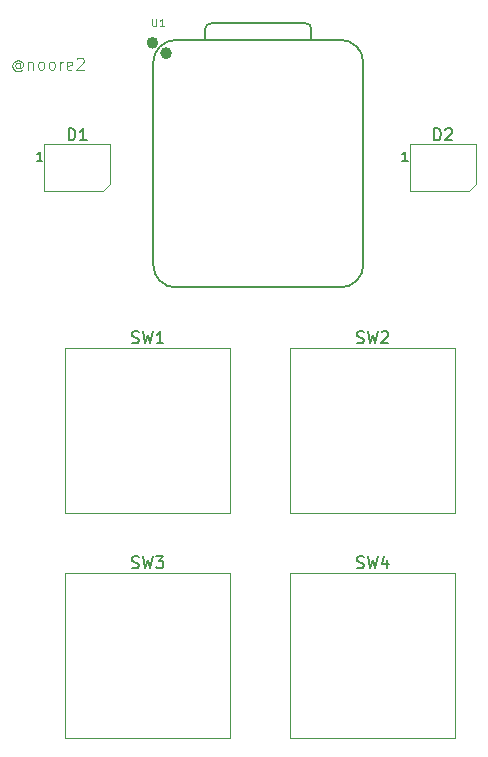
<source format=gbr>
%TF.GenerationSoftware,KiCad,Pcbnew,8.0.8*%
%TF.CreationDate,2025-02-16T22:09:59-06:00*%
%TF.ProjectId,hackPad,6861636b-5061-4642-9e6b-696361645f70,rev?*%
%TF.SameCoordinates,Original*%
%TF.FileFunction,Legend,Top*%
%TF.FilePolarity,Positive*%
%FSLAX46Y46*%
G04 Gerber Fmt 4.6, Leading zero omitted, Abs format (unit mm)*
G04 Created by KiCad (PCBNEW 8.0.8) date 2025-02-16 22:09:59*
%MOMM*%
%LPD*%
G01*
G04 APERTURE LIST*
%ADD10C,0.100000*%
%ADD11C,0.101600*%
%ADD12C,0.150000*%
%ADD13C,0.127000*%
%ADD14C,0.504000*%
%ADD15C,0.120000*%
G04 APERTURE END LIST*
D10*
X98422931Y-64196228D02*
X98375312Y-64148609D01*
X98375312Y-64148609D02*
X98280074Y-64100990D01*
X98280074Y-64100990D02*
X98184836Y-64100990D01*
X98184836Y-64100990D02*
X98089598Y-64148609D01*
X98089598Y-64148609D02*
X98041979Y-64196228D01*
X98041979Y-64196228D02*
X97994360Y-64291466D01*
X97994360Y-64291466D02*
X97994360Y-64386704D01*
X97994360Y-64386704D02*
X98041979Y-64481942D01*
X98041979Y-64481942D02*
X98089598Y-64529561D01*
X98089598Y-64529561D02*
X98184836Y-64577180D01*
X98184836Y-64577180D02*
X98280074Y-64577180D01*
X98280074Y-64577180D02*
X98375312Y-64529561D01*
X98375312Y-64529561D02*
X98422931Y-64481942D01*
X98422931Y-64100990D02*
X98422931Y-64481942D01*
X98422931Y-64481942D02*
X98470550Y-64529561D01*
X98470550Y-64529561D02*
X98518169Y-64529561D01*
X98518169Y-64529561D02*
X98613408Y-64481942D01*
X98613408Y-64481942D02*
X98661027Y-64386704D01*
X98661027Y-64386704D02*
X98661027Y-64148609D01*
X98661027Y-64148609D02*
X98565789Y-64005752D01*
X98565789Y-64005752D02*
X98422931Y-63910514D01*
X98422931Y-63910514D02*
X98232455Y-63862895D01*
X98232455Y-63862895D02*
X98041979Y-63910514D01*
X98041979Y-63910514D02*
X97899122Y-64005752D01*
X97899122Y-64005752D02*
X97803884Y-64148609D01*
X97803884Y-64148609D02*
X97756265Y-64339085D01*
X97756265Y-64339085D02*
X97803884Y-64529561D01*
X97803884Y-64529561D02*
X97899122Y-64672419D01*
X97899122Y-64672419D02*
X98041979Y-64767657D01*
X98041979Y-64767657D02*
X98232455Y-64815276D01*
X98232455Y-64815276D02*
X98422931Y-64767657D01*
X98422931Y-64767657D02*
X98565789Y-64672419D01*
X99089598Y-64005752D02*
X99089598Y-64672419D01*
X99089598Y-64100990D02*
X99137217Y-64053371D01*
X99137217Y-64053371D02*
X99232455Y-64005752D01*
X99232455Y-64005752D02*
X99375312Y-64005752D01*
X99375312Y-64005752D02*
X99470550Y-64053371D01*
X99470550Y-64053371D02*
X99518169Y-64148609D01*
X99518169Y-64148609D02*
X99518169Y-64672419D01*
X100137217Y-64672419D02*
X100041979Y-64624800D01*
X100041979Y-64624800D02*
X99994360Y-64577180D01*
X99994360Y-64577180D02*
X99946741Y-64481942D01*
X99946741Y-64481942D02*
X99946741Y-64196228D01*
X99946741Y-64196228D02*
X99994360Y-64100990D01*
X99994360Y-64100990D02*
X100041979Y-64053371D01*
X100041979Y-64053371D02*
X100137217Y-64005752D01*
X100137217Y-64005752D02*
X100280074Y-64005752D01*
X100280074Y-64005752D02*
X100375312Y-64053371D01*
X100375312Y-64053371D02*
X100422931Y-64100990D01*
X100422931Y-64100990D02*
X100470550Y-64196228D01*
X100470550Y-64196228D02*
X100470550Y-64481942D01*
X100470550Y-64481942D02*
X100422931Y-64577180D01*
X100422931Y-64577180D02*
X100375312Y-64624800D01*
X100375312Y-64624800D02*
X100280074Y-64672419D01*
X100280074Y-64672419D02*
X100137217Y-64672419D01*
X101041979Y-64672419D02*
X100946741Y-64624800D01*
X100946741Y-64624800D02*
X100899122Y-64577180D01*
X100899122Y-64577180D02*
X100851503Y-64481942D01*
X100851503Y-64481942D02*
X100851503Y-64196228D01*
X100851503Y-64196228D02*
X100899122Y-64100990D01*
X100899122Y-64100990D02*
X100946741Y-64053371D01*
X100946741Y-64053371D02*
X101041979Y-64005752D01*
X101041979Y-64005752D02*
X101184836Y-64005752D01*
X101184836Y-64005752D02*
X101280074Y-64053371D01*
X101280074Y-64053371D02*
X101327693Y-64100990D01*
X101327693Y-64100990D02*
X101375312Y-64196228D01*
X101375312Y-64196228D02*
X101375312Y-64481942D01*
X101375312Y-64481942D02*
X101327693Y-64577180D01*
X101327693Y-64577180D02*
X101280074Y-64624800D01*
X101280074Y-64624800D02*
X101184836Y-64672419D01*
X101184836Y-64672419D02*
X101041979Y-64672419D01*
X101803884Y-64672419D02*
X101803884Y-64005752D01*
X101803884Y-64196228D02*
X101851503Y-64100990D01*
X101851503Y-64100990D02*
X101899122Y-64053371D01*
X101899122Y-64053371D02*
X101994360Y-64005752D01*
X101994360Y-64005752D02*
X102089598Y-64005752D01*
X102803884Y-64624800D02*
X102708646Y-64672419D01*
X102708646Y-64672419D02*
X102518170Y-64672419D01*
X102518170Y-64672419D02*
X102422932Y-64624800D01*
X102422932Y-64624800D02*
X102375313Y-64529561D01*
X102375313Y-64529561D02*
X102375313Y-64148609D01*
X102375313Y-64148609D02*
X102422932Y-64053371D01*
X102422932Y-64053371D02*
X102518170Y-64005752D01*
X102518170Y-64005752D02*
X102708646Y-64005752D01*
X102708646Y-64005752D02*
X102803884Y-64053371D01*
X102803884Y-64053371D02*
X102851503Y-64148609D01*
X102851503Y-64148609D02*
X102851503Y-64243847D01*
X102851503Y-64243847D02*
X102375313Y-64339085D01*
X103232456Y-63767657D02*
X103280075Y-63720038D01*
X103280075Y-63720038D02*
X103375313Y-63672419D01*
X103375313Y-63672419D02*
X103613408Y-63672419D01*
X103613408Y-63672419D02*
X103708646Y-63720038D01*
X103708646Y-63720038D02*
X103756265Y-63767657D01*
X103756265Y-63767657D02*
X103803884Y-63862895D01*
X103803884Y-63862895D02*
X103803884Y-63958133D01*
X103803884Y-63958133D02*
X103756265Y-64100990D01*
X103756265Y-64100990D02*
X103184837Y-64672419D01*
X103184837Y-64672419D02*
X103803884Y-64672419D01*
D11*
X109602440Y-60352979D02*
X109602440Y-60867026D01*
X109602440Y-60867026D02*
X109632678Y-60927502D01*
X109632678Y-60927502D02*
X109662916Y-60957741D01*
X109662916Y-60957741D02*
X109723392Y-60987979D01*
X109723392Y-60987979D02*
X109844345Y-60987979D01*
X109844345Y-60987979D02*
X109904821Y-60957741D01*
X109904821Y-60957741D02*
X109935059Y-60927502D01*
X109935059Y-60927502D02*
X109965297Y-60867026D01*
X109965297Y-60867026D02*
X109965297Y-60352979D01*
X110600297Y-60987979D02*
X110237440Y-60987979D01*
X110418868Y-60987979D02*
X110418868Y-60352979D01*
X110418868Y-60352979D02*
X110358392Y-60443693D01*
X110358392Y-60443693D02*
X110297916Y-60504169D01*
X110297916Y-60504169D02*
X110237440Y-60534407D01*
D12*
X126936667Y-106833200D02*
X127079524Y-106880819D01*
X127079524Y-106880819D02*
X127317619Y-106880819D01*
X127317619Y-106880819D02*
X127412857Y-106833200D01*
X127412857Y-106833200D02*
X127460476Y-106785580D01*
X127460476Y-106785580D02*
X127508095Y-106690342D01*
X127508095Y-106690342D02*
X127508095Y-106595104D01*
X127508095Y-106595104D02*
X127460476Y-106499866D01*
X127460476Y-106499866D02*
X127412857Y-106452247D01*
X127412857Y-106452247D02*
X127317619Y-106404628D01*
X127317619Y-106404628D02*
X127127143Y-106357009D01*
X127127143Y-106357009D02*
X127031905Y-106309390D01*
X127031905Y-106309390D02*
X126984286Y-106261771D01*
X126984286Y-106261771D02*
X126936667Y-106166533D01*
X126936667Y-106166533D02*
X126936667Y-106071295D01*
X126936667Y-106071295D02*
X126984286Y-105976057D01*
X126984286Y-105976057D02*
X127031905Y-105928438D01*
X127031905Y-105928438D02*
X127127143Y-105880819D01*
X127127143Y-105880819D02*
X127365238Y-105880819D01*
X127365238Y-105880819D02*
X127508095Y-105928438D01*
X127841429Y-105880819D02*
X128079524Y-106880819D01*
X128079524Y-106880819D02*
X128270000Y-106166533D01*
X128270000Y-106166533D02*
X128460476Y-106880819D01*
X128460476Y-106880819D02*
X128698572Y-105880819D01*
X129508095Y-106214152D02*
X129508095Y-106880819D01*
X129270000Y-105833200D02*
X129031905Y-106547485D01*
X129031905Y-106547485D02*
X129650952Y-106547485D01*
X107886667Y-106833200D02*
X108029524Y-106880819D01*
X108029524Y-106880819D02*
X108267619Y-106880819D01*
X108267619Y-106880819D02*
X108362857Y-106833200D01*
X108362857Y-106833200D02*
X108410476Y-106785580D01*
X108410476Y-106785580D02*
X108458095Y-106690342D01*
X108458095Y-106690342D02*
X108458095Y-106595104D01*
X108458095Y-106595104D02*
X108410476Y-106499866D01*
X108410476Y-106499866D02*
X108362857Y-106452247D01*
X108362857Y-106452247D02*
X108267619Y-106404628D01*
X108267619Y-106404628D02*
X108077143Y-106357009D01*
X108077143Y-106357009D02*
X107981905Y-106309390D01*
X107981905Y-106309390D02*
X107934286Y-106261771D01*
X107934286Y-106261771D02*
X107886667Y-106166533D01*
X107886667Y-106166533D02*
X107886667Y-106071295D01*
X107886667Y-106071295D02*
X107934286Y-105976057D01*
X107934286Y-105976057D02*
X107981905Y-105928438D01*
X107981905Y-105928438D02*
X108077143Y-105880819D01*
X108077143Y-105880819D02*
X108315238Y-105880819D01*
X108315238Y-105880819D02*
X108458095Y-105928438D01*
X108791429Y-105880819D02*
X109029524Y-106880819D01*
X109029524Y-106880819D02*
X109220000Y-106166533D01*
X109220000Y-106166533D02*
X109410476Y-106880819D01*
X109410476Y-106880819D02*
X109648572Y-105880819D01*
X109934286Y-105880819D02*
X110553333Y-105880819D01*
X110553333Y-105880819D02*
X110220000Y-106261771D01*
X110220000Y-106261771D02*
X110362857Y-106261771D01*
X110362857Y-106261771D02*
X110458095Y-106309390D01*
X110458095Y-106309390D02*
X110505714Y-106357009D01*
X110505714Y-106357009D02*
X110553333Y-106452247D01*
X110553333Y-106452247D02*
X110553333Y-106690342D01*
X110553333Y-106690342D02*
X110505714Y-106785580D01*
X110505714Y-106785580D02*
X110458095Y-106833200D01*
X110458095Y-106833200D02*
X110362857Y-106880819D01*
X110362857Y-106880819D02*
X110077143Y-106880819D01*
X110077143Y-106880819D02*
X109981905Y-106833200D01*
X109981905Y-106833200D02*
X109934286Y-106785580D01*
X126936667Y-87783200D02*
X127079524Y-87830819D01*
X127079524Y-87830819D02*
X127317619Y-87830819D01*
X127317619Y-87830819D02*
X127412857Y-87783200D01*
X127412857Y-87783200D02*
X127460476Y-87735580D01*
X127460476Y-87735580D02*
X127508095Y-87640342D01*
X127508095Y-87640342D02*
X127508095Y-87545104D01*
X127508095Y-87545104D02*
X127460476Y-87449866D01*
X127460476Y-87449866D02*
X127412857Y-87402247D01*
X127412857Y-87402247D02*
X127317619Y-87354628D01*
X127317619Y-87354628D02*
X127127143Y-87307009D01*
X127127143Y-87307009D02*
X127031905Y-87259390D01*
X127031905Y-87259390D02*
X126984286Y-87211771D01*
X126984286Y-87211771D02*
X126936667Y-87116533D01*
X126936667Y-87116533D02*
X126936667Y-87021295D01*
X126936667Y-87021295D02*
X126984286Y-86926057D01*
X126984286Y-86926057D02*
X127031905Y-86878438D01*
X127031905Y-86878438D02*
X127127143Y-86830819D01*
X127127143Y-86830819D02*
X127365238Y-86830819D01*
X127365238Y-86830819D02*
X127508095Y-86878438D01*
X127841429Y-86830819D02*
X128079524Y-87830819D01*
X128079524Y-87830819D02*
X128270000Y-87116533D01*
X128270000Y-87116533D02*
X128460476Y-87830819D01*
X128460476Y-87830819D02*
X128698572Y-86830819D01*
X129031905Y-86926057D02*
X129079524Y-86878438D01*
X129079524Y-86878438D02*
X129174762Y-86830819D01*
X129174762Y-86830819D02*
X129412857Y-86830819D01*
X129412857Y-86830819D02*
X129508095Y-86878438D01*
X129508095Y-86878438D02*
X129555714Y-86926057D01*
X129555714Y-86926057D02*
X129603333Y-87021295D01*
X129603333Y-87021295D02*
X129603333Y-87116533D01*
X129603333Y-87116533D02*
X129555714Y-87259390D01*
X129555714Y-87259390D02*
X128984286Y-87830819D01*
X128984286Y-87830819D02*
X129603333Y-87830819D01*
X107886667Y-87783200D02*
X108029524Y-87830819D01*
X108029524Y-87830819D02*
X108267619Y-87830819D01*
X108267619Y-87830819D02*
X108362857Y-87783200D01*
X108362857Y-87783200D02*
X108410476Y-87735580D01*
X108410476Y-87735580D02*
X108458095Y-87640342D01*
X108458095Y-87640342D02*
X108458095Y-87545104D01*
X108458095Y-87545104D02*
X108410476Y-87449866D01*
X108410476Y-87449866D02*
X108362857Y-87402247D01*
X108362857Y-87402247D02*
X108267619Y-87354628D01*
X108267619Y-87354628D02*
X108077143Y-87307009D01*
X108077143Y-87307009D02*
X107981905Y-87259390D01*
X107981905Y-87259390D02*
X107934286Y-87211771D01*
X107934286Y-87211771D02*
X107886667Y-87116533D01*
X107886667Y-87116533D02*
X107886667Y-87021295D01*
X107886667Y-87021295D02*
X107934286Y-86926057D01*
X107934286Y-86926057D02*
X107981905Y-86878438D01*
X107981905Y-86878438D02*
X108077143Y-86830819D01*
X108077143Y-86830819D02*
X108315238Y-86830819D01*
X108315238Y-86830819D02*
X108458095Y-86878438D01*
X108791429Y-86830819D02*
X109029524Y-87830819D01*
X109029524Y-87830819D02*
X109220000Y-87116533D01*
X109220000Y-87116533D02*
X109410476Y-87830819D01*
X109410476Y-87830819D02*
X109648572Y-86830819D01*
X110553333Y-87830819D02*
X109981905Y-87830819D01*
X110267619Y-87830819D02*
X110267619Y-86830819D01*
X110267619Y-86830819D02*
X110172381Y-86973676D01*
X110172381Y-86973676D02*
X110077143Y-87068914D01*
X110077143Y-87068914D02*
X109981905Y-87116533D01*
X133486905Y-70648569D02*
X133486905Y-69648569D01*
X133486905Y-69648569D02*
X133725000Y-69648569D01*
X133725000Y-69648569D02*
X133867857Y-69696188D01*
X133867857Y-69696188D02*
X133963095Y-69791426D01*
X133963095Y-69791426D02*
X134010714Y-69886664D01*
X134010714Y-69886664D02*
X134058333Y-70077140D01*
X134058333Y-70077140D02*
X134058333Y-70219997D01*
X134058333Y-70219997D02*
X134010714Y-70410473D01*
X134010714Y-70410473D02*
X133963095Y-70505711D01*
X133963095Y-70505711D02*
X133867857Y-70600950D01*
X133867857Y-70600950D02*
X133725000Y-70648569D01*
X133725000Y-70648569D02*
X133486905Y-70648569D01*
X134439286Y-69743807D02*
X134486905Y-69696188D01*
X134486905Y-69696188D02*
X134582143Y-69648569D01*
X134582143Y-69648569D02*
X134820238Y-69648569D01*
X134820238Y-69648569D02*
X134915476Y-69696188D01*
X134915476Y-69696188D02*
X134963095Y-69743807D01*
X134963095Y-69743807D02*
X135010714Y-69839045D01*
X135010714Y-69839045D02*
X135010714Y-69934283D01*
X135010714Y-69934283D02*
X134963095Y-70077140D01*
X134963095Y-70077140D02*
X134391667Y-70648569D01*
X134391667Y-70648569D02*
X135010714Y-70648569D01*
X131253571Y-72431045D02*
X130796428Y-72431045D01*
X131025000Y-72431045D02*
X131025000Y-71631045D01*
X131025000Y-71631045D02*
X130948809Y-71745330D01*
X130948809Y-71745330D02*
X130872619Y-71821521D01*
X130872619Y-71821521D02*
X130796428Y-71859616D01*
X102530655Y-70648569D02*
X102530655Y-69648569D01*
X102530655Y-69648569D02*
X102768750Y-69648569D01*
X102768750Y-69648569D02*
X102911607Y-69696188D01*
X102911607Y-69696188D02*
X103006845Y-69791426D01*
X103006845Y-69791426D02*
X103054464Y-69886664D01*
X103054464Y-69886664D02*
X103102083Y-70077140D01*
X103102083Y-70077140D02*
X103102083Y-70219997D01*
X103102083Y-70219997D02*
X103054464Y-70410473D01*
X103054464Y-70410473D02*
X103006845Y-70505711D01*
X103006845Y-70505711D02*
X102911607Y-70600950D01*
X102911607Y-70600950D02*
X102768750Y-70648569D01*
X102768750Y-70648569D02*
X102530655Y-70648569D01*
X104054464Y-70648569D02*
X103483036Y-70648569D01*
X103768750Y-70648569D02*
X103768750Y-69648569D01*
X103768750Y-69648569D02*
X103673512Y-69791426D01*
X103673512Y-69791426D02*
X103578274Y-69886664D01*
X103578274Y-69886664D02*
X103483036Y-69934283D01*
X100297321Y-72431045D02*
X99840178Y-72431045D01*
X100068750Y-72431045D02*
X100068750Y-71631045D01*
X100068750Y-71631045D02*
X99992559Y-71745330D01*
X99992559Y-71745330D02*
X99916369Y-71821521D01*
X99916369Y-71821521D02*
X99840178Y-71859616D01*
D13*
%TO.C,U1*%
X109696250Y-81208500D02*
X109696250Y-64063500D01*
X111601250Y-83113500D02*
X125571250Y-83113500D01*
X114091250Y-62158500D02*
X114094978Y-61248228D01*
X114594978Y-60748500D02*
X122590250Y-60748500D01*
X123090250Y-61248500D02*
X123090250Y-62158500D01*
D10*
X125571250Y-62158500D02*
X111601250Y-62158500D01*
D13*
X125571250Y-62158500D02*
X111601250Y-62158500D01*
X127476250Y-81208500D02*
X127476250Y-64063500D01*
X109696250Y-64063500D02*
G75*
G02*
X111601250Y-62158500I1905001J-1D01*
G01*
X111601250Y-83113500D02*
G75*
G02*
X109696250Y-81208500I1J1905001D01*
G01*
X114094978Y-61248228D02*
G75*
G02*
X114594978Y-60748501I500018J-291D01*
G01*
X122590250Y-60748500D02*
G75*
G02*
X123090250Y-61248500I0J-500000D01*
G01*
X125571250Y-62158500D02*
G75*
G02*
X127476250Y-64063500I0J-1905000D01*
G01*
X127476250Y-81208500D02*
G75*
G02*
X125571250Y-83113500I-1905000J0D01*
G01*
D14*
X109888250Y-62399500D02*
G75*
G02*
X109384250Y-62399500I-252000J0D01*
G01*
X109384250Y-62399500D02*
G75*
G02*
X109888250Y-62399500I252000J0D01*
G01*
X111031250Y-63279500D02*
G75*
G02*
X110527250Y-63279500I-252000J0D01*
G01*
X110527250Y-63279500D02*
G75*
G02*
X111031250Y-63279500I252000J0D01*
G01*
D15*
%TO.C,SW4*%
X121285000Y-107315000D02*
X135255000Y-107315000D01*
X121285000Y-121285000D02*
X121285000Y-107315000D01*
X135255000Y-107315000D02*
X135255000Y-121285000D01*
X135255000Y-121285000D02*
X121285000Y-121285000D01*
%TO.C,SW3*%
X102235000Y-107315000D02*
X116205000Y-107315000D01*
X102235000Y-121285000D02*
X102235000Y-107315000D01*
X116205000Y-107315000D02*
X116205000Y-121285000D01*
X116205000Y-121285000D02*
X102235000Y-121285000D01*
%TO.C,SW2*%
X121285000Y-88265000D02*
X135255000Y-88265000D01*
X121285000Y-102235000D02*
X121285000Y-88265000D01*
X135255000Y-88265000D02*
X135255000Y-102235000D01*
X135255000Y-102235000D02*
X121285000Y-102235000D01*
%TO.C,SW1*%
X102235000Y-88265000D02*
X116205000Y-88265000D01*
X102235000Y-102235000D02*
X102235000Y-88265000D01*
X116205000Y-88265000D02*
X116205000Y-102235000D01*
X116205000Y-102235000D02*
X102235000Y-102235000D01*
%TO.C,D2*%
X131425000Y-70943750D02*
X131425000Y-74943750D01*
X131425000Y-70943750D02*
X137025000Y-70943750D01*
X131425000Y-74943750D02*
X136425000Y-74943750D01*
X137025000Y-74343750D02*
X136425000Y-74943750D01*
X137025000Y-74343750D02*
X137025000Y-70943750D01*
%TO.C,D1*%
X106068750Y-74343750D02*
X106068750Y-70943750D01*
X106068750Y-74343750D02*
X105468750Y-74943750D01*
X100468750Y-74943750D02*
X105468750Y-74943750D01*
X100468750Y-70943750D02*
X106068750Y-70943750D01*
X100468750Y-70943750D02*
X100468750Y-74943750D01*
%TD*%
M02*

</source>
